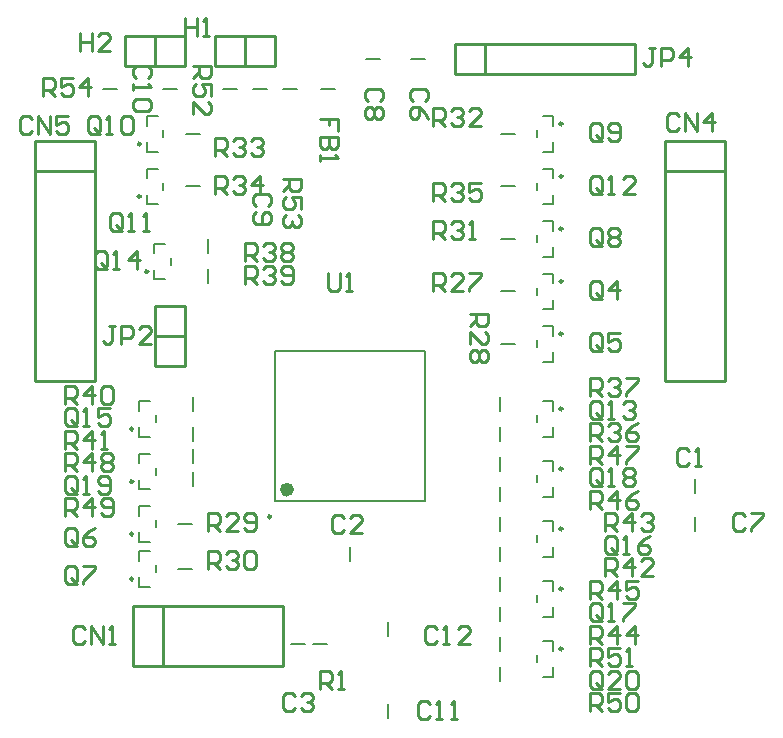
<source format=gto>
G04 Layer_Color=32768*
%FSLAX25Y25*%
%MOIN*%
G70*
G01*
G75*
%ADD19C,0.01000*%
%ADD25C,0.00984*%
%ADD26C,0.02362*%
%ADD27C,0.00787*%
D19*
X127500Y247500D02*
X147500D01*
X127500Y257500D02*
X147500D01*
X137500Y247500D02*
Y257500D01*
X147500Y247500D02*
Y257500D01*
X127500Y247500D02*
Y257500D01*
X117500Y247500D02*
Y257500D01*
X97500Y247500D02*
Y257500D01*
X107500Y247500D02*
Y257500D01*
X97500Y247500D02*
X117500D01*
X97500Y257500D02*
X117500D01*
X77500Y142500D02*
X87500D01*
X67500Y212500D02*
X77500D01*
X67500Y142500D02*
X77500D01*
X67500Y222500D02*
X77500D01*
X87500D01*
X77500Y212500D02*
X87500D01*
X67500Y142500D02*
Y222500D01*
X87500Y142500D02*
Y222500D01*
X117500Y147500D02*
Y167500D01*
X107500Y147500D02*
Y167500D01*
Y157500D02*
X117500D01*
X107500Y167500D02*
X117500D01*
X107500Y147500D02*
X117500D01*
X110000Y47500D02*
Y57500D01*
X150000Y47500D02*
Y67500D01*
X100000Y47500D02*
Y57500D01*
Y67500D01*
X110000Y57500D02*
Y67500D01*
X100000Y47500D02*
X150000D01*
X100000Y67500D02*
X150000D01*
X207500Y255000D02*
X267500D01*
X207500Y245000D02*
X267500D01*
X217500D02*
Y255000D01*
X207500Y245000D02*
Y255000D01*
X267500Y245000D02*
Y255000D01*
X287500Y142500D02*
X297500D01*
X277500Y212500D02*
X287500D01*
X277500Y142500D02*
X287500D01*
X277500Y222500D02*
X287500D01*
X297500D01*
X287500Y212500D02*
X297500D01*
X277500Y142500D02*
Y222500D01*
X297500Y142500D02*
Y222500D01*
X201499Y59998D02*
X200499Y60998D01*
X198500D01*
X197500Y59998D01*
Y56000D01*
X198500Y55000D01*
X200499D01*
X201499Y56000D01*
X203498Y55000D02*
X205497D01*
X204498D01*
Y60998D01*
X203498Y59998D01*
X212495Y55000D02*
X208496D01*
X212495Y58999D01*
Y59998D01*
X211495Y60998D01*
X209496D01*
X208496Y59998D01*
X198999Y34998D02*
X197999Y35998D01*
X196000D01*
X195000Y34998D01*
Y31000D01*
X196000Y30000D01*
X197999D01*
X198999Y31000D01*
X200998Y30000D02*
X202997D01*
X201998D01*
Y35998D01*
X200998Y34998D01*
X205996Y30000D02*
X207996D01*
X206996D01*
Y35998D01*
X205996Y34998D01*
X256499Y41000D02*
Y44998D01*
X255499Y45998D01*
X253500D01*
X252500Y44998D01*
Y41000D01*
X253500Y40000D01*
X255499D01*
X254499Y41999D02*
X256499Y40000D01*
X255499D02*
X256499Y41000D01*
X262497Y40000D02*
X258498D01*
X262497Y43999D01*
Y44998D01*
X261497Y45998D01*
X259498D01*
X258498Y44998D01*
X264496D02*
X265496Y45998D01*
X267495D01*
X268495Y44998D01*
Y41000D01*
X267495Y40000D01*
X265496D01*
X264496Y41000D01*
Y44998D01*
X81499Y106000D02*
Y109998D01*
X80499Y110998D01*
X78500D01*
X77500Y109998D01*
Y106000D01*
X78500Y105000D01*
X80499D01*
X79499Y106999D02*
X81499Y105000D01*
X80499D02*
X81499Y106000D01*
X83498Y105000D02*
X85497D01*
X84498D01*
Y110998D01*
X83498Y109998D01*
X88496Y106000D02*
X89496Y105000D01*
X91496D01*
X92495Y106000D01*
Y109998D01*
X91496Y110998D01*
X89496D01*
X88496Y109998D01*
Y108999D01*
X89496Y107999D01*
X92495D01*
X256499Y108500D02*
Y112498D01*
X255499Y113498D01*
X253500D01*
X252500Y112498D01*
Y108500D01*
X253500Y107500D01*
X255499D01*
X254499Y109499D02*
X256499Y107500D01*
X255499D02*
X256499Y108500D01*
X258498Y107500D02*
X260497D01*
X259498D01*
Y113498D01*
X258498Y112498D01*
X263496D02*
X264496Y113498D01*
X266495D01*
X267495Y112498D01*
Y111499D01*
X266495Y110499D01*
X267495Y109499D01*
Y108500D01*
X266495Y107500D01*
X264496D01*
X263496Y108500D01*
Y109499D01*
X264496Y110499D01*
X263496Y111499D01*
Y112498D01*
X264496Y110499D02*
X266495D01*
X256499Y63500D02*
Y67498D01*
X255499Y68498D01*
X253500D01*
X252500Y67498D01*
Y63500D01*
X253500Y62500D01*
X255499D01*
X254499Y64499D02*
X256499Y62500D01*
X255499D02*
X256499Y63500D01*
X258498Y62500D02*
X260497D01*
X259498D01*
Y68498D01*
X258498Y67498D01*
X263496Y68498D02*
X267495D01*
Y67498D01*
X263496Y63500D01*
Y62500D01*
X261499Y86000D02*
Y89998D01*
X260499Y90998D01*
X258500D01*
X257500Y89998D01*
Y86000D01*
X258500Y85000D01*
X260499D01*
X259499Y86999D02*
X261499Y85000D01*
X260499D02*
X261499Y86000D01*
X263498Y85000D02*
X265497D01*
X264498D01*
Y90998D01*
X263498Y89998D01*
X272495Y90998D02*
X270496Y89998D01*
X268496Y87999D01*
Y86000D01*
X269496Y85000D01*
X271496D01*
X272495Y86000D01*
Y86999D01*
X271496Y87999D01*
X268496D01*
X81499Y128500D02*
Y132498D01*
X80499Y133498D01*
X78500D01*
X77500Y132498D01*
Y128500D01*
X78500Y127500D01*
X80499D01*
X79499Y129499D02*
X81499Y127500D01*
X80499D02*
X81499Y128500D01*
X83498Y127500D02*
X85497D01*
X84498D01*
Y133498D01*
X83498Y132498D01*
X92495Y133498D02*
X88496D01*
Y130499D01*
X90496Y131499D01*
X91496D01*
X92495Y130499D01*
Y128500D01*
X91496Y127500D01*
X89496D01*
X88496Y128500D01*
X91499Y181000D02*
Y184998D01*
X90499Y185998D01*
X88500D01*
X87500Y184998D01*
Y181000D01*
X88500Y180000D01*
X90499D01*
X89499Y181999D02*
X91499Y180000D01*
X90499D02*
X91499Y181000D01*
X93498Y180000D02*
X95497D01*
X94498D01*
Y185998D01*
X93498Y184998D01*
X101496Y180000D02*
Y185998D01*
X98496Y182999D01*
X102495D01*
X256499Y131000D02*
Y134998D01*
X255499Y135998D01*
X253500D01*
X252500Y134998D01*
Y131000D01*
X253500Y130000D01*
X255499D01*
X254499Y131999D02*
X256499Y130000D01*
X255499D02*
X256499Y131000D01*
X258498Y130000D02*
X260497D01*
X259498D01*
Y135998D01*
X258498Y134998D01*
X263496D02*
X264496Y135998D01*
X266495D01*
X267495Y134998D01*
Y133999D01*
X266495Y132999D01*
X265496D01*
X266495D01*
X267495Y131999D01*
Y131000D01*
X266495Y130000D01*
X264496D01*
X263496Y131000D01*
X252500Y47500D02*
Y53498D01*
X255499D01*
X256499Y52498D01*
Y50499D01*
X255499Y49499D01*
X252500D01*
X254499D02*
X256499Y47500D01*
X262497Y53498D02*
X258498D01*
Y50499D01*
X260497Y51499D01*
X261497D01*
X262497Y50499D01*
Y48500D01*
X261497Y47500D01*
X259498D01*
X258498Y48500D01*
X264496Y47500D02*
X266495D01*
X265496D01*
Y53498D01*
X264496Y52498D01*
X252500Y32500D02*
Y38498D01*
X255499D01*
X256499Y37498D01*
Y35499D01*
X255499Y34499D01*
X252500D01*
X254499D02*
X256499Y32500D01*
X262497Y38498D02*
X258498D01*
Y35499D01*
X260497Y36499D01*
X261497D01*
X262497Y35499D01*
Y33500D01*
X261497Y32500D01*
X259498D01*
X258498Y33500D01*
X264496Y37498D02*
X265496Y38498D01*
X267495D01*
X268495Y37498D01*
Y33500D01*
X267495Y32500D01*
X265496D01*
X264496Y33500D01*
Y37498D01*
X77500Y97500D02*
Y103498D01*
X80499D01*
X81499Y102498D01*
Y100499D01*
X80499Y99499D01*
X77500D01*
X79499D02*
X81499Y97500D01*
X86497D02*
Y103498D01*
X83498Y100499D01*
X87497D01*
X89496Y98500D02*
X90496Y97500D01*
X92495D01*
X93495Y98500D01*
Y102498D01*
X92495Y103498D01*
X90496D01*
X89496Y102498D01*
Y101499D01*
X90496Y100499D01*
X93495D01*
X77500Y112500D02*
Y118498D01*
X80499D01*
X81499Y117498D01*
Y115499D01*
X80499Y114499D01*
X77500D01*
X79499D02*
X81499Y112500D01*
X86497D02*
Y118498D01*
X83498Y115499D01*
X87497D01*
X89496Y117498D02*
X90496Y118498D01*
X92495D01*
X93495Y117498D01*
Y116499D01*
X92495Y115499D01*
X93495Y114499D01*
Y113500D01*
X92495Y112500D01*
X90496D01*
X89496Y113500D01*
Y114499D01*
X90496Y115499D01*
X89496Y116499D01*
Y117498D01*
X90496Y115499D02*
X92495D01*
X252500Y115000D02*
Y120998D01*
X255499D01*
X256499Y119998D01*
Y117999D01*
X255499Y116999D01*
X252500D01*
X254499D02*
X256499Y115000D01*
X261497D02*
Y120998D01*
X258498Y117999D01*
X262497D01*
X264496Y120998D02*
X268495D01*
Y119998D01*
X264496Y116000D01*
Y115000D01*
X252500Y100000D02*
Y105998D01*
X255499D01*
X256499Y104998D01*
Y102999D01*
X255499Y101999D01*
X252500D01*
X254499D02*
X256499Y100000D01*
X261497D02*
Y105998D01*
X258498Y102999D01*
X262497D01*
X268495Y105998D02*
X266495Y104998D01*
X264496Y102999D01*
Y101000D01*
X265496Y100000D01*
X267495D01*
X268495Y101000D01*
Y101999D01*
X267495Y102999D01*
X264496D01*
X252500Y70000D02*
Y75998D01*
X255499D01*
X256499Y74998D01*
Y72999D01*
X255499Y71999D01*
X252500D01*
X254499D02*
X256499Y70000D01*
X261497D02*
Y75998D01*
X258498Y72999D01*
X262497D01*
X268495Y75998D02*
X264496D01*
Y72999D01*
X266495Y73999D01*
X267495D01*
X268495Y72999D01*
Y71000D01*
X267495Y70000D01*
X265496D01*
X264496Y71000D01*
X252500Y55000D02*
Y60998D01*
X255499D01*
X256499Y59998D01*
Y57999D01*
X255499Y56999D01*
X252500D01*
X254499D02*
X256499Y55000D01*
X261497D02*
Y60998D01*
X258498Y57999D01*
X262497D01*
X267495Y55000D02*
Y60998D01*
X264496Y57999D01*
X268495D01*
X257500Y92500D02*
Y98498D01*
X260499D01*
X261499Y97498D01*
Y95499D01*
X260499Y94499D01*
X257500D01*
X259499D02*
X261499Y92500D01*
X266497D02*
Y98498D01*
X263498Y95499D01*
X267497D01*
X269496Y97498D02*
X270496Y98498D01*
X272495D01*
X273495Y97498D01*
Y96499D01*
X272495Y95499D01*
X271496D01*
X272495D01*
X273495Y94499D01*
Y93500D01*
X272495Y92500D01*
X270496D01*
X269496Y93500D01*
X257500Y77500D02*
Y83498D01*
X260499D01*
X261499Y82498D01*
Y80499D01*
X260499Y79499D01*
X257500D01*
X259499D02*
X261499Y77500D01*
X266497D02*
Y83498D01*
X263498Y80499D01*
X267497D01*
X273495Y77500D02*
X269496D01*
X273495Y81499D01*
Y82498D01*
X272495Y83498D01*
X270496D01*
X269496Y82498D01*
X77500Y120000D02*
Y125998D01*
X80499D01*
X81499Y124998D01*
Y122999D01*
X80499Y121999D01*
X77500D01*
X79499D02*
X81499Y120000D01*
X86497D02*
Y125998D01*
X83498Y122999D01*
X87497D01*
X89496Y120000D02*
X91496D01*
X90496D01*
Y125998D01*
X89496Y124998D01*
X77500Y135000D02*
Y140998D01*
X80499D01*
X81499Y139998D01*
Y137999D01*
X80499Y136999D01*
X77500D01*
X79499D02*
X81499Y135000D01*
X86497D02*
Y140998D01*
X83498Y137999D01*
X87497D01*
X89496Y139998D02*
X90496Y140998D01*
X92495D01*
X93495Y139998D01*
Y136000D01*
X92495Y135000D01*
X90496D01*
X89496Y136000D01*
Y139998D01*
X137500Y175000D02*
Y180998D01*
X140499D01*
X141499Y179998D01*
Y177999D01*
X140499Y176999D01*
X137500D01*
X139499D02*
X141499Y175000D01*
X143498Y179998D02*
X144498Y180998D01*
X146497D01*
X147497Y179998D01*
Y178999D01*
X146497Y177999D01*
X145497D01*
X146497D01*
X147497Y176999D01*
Y176000D01*
X146497Y175000D01*
X144498D01*
X143498Y176000D01*
X149496D02*
X150496Y175000D01*
X152495D01*
X153495Y176000D01*
Y179998D01*
X152495Y180998D01*
X150496D01*
X149496Y179998D01*
Y178999D01*
X150496Y177999D01*
X153495D01*
X137500Y182500D02*
Y188498D01*
X140499D01*
X141499Y187498D01*
Y185499D01*
X140499Y184499D01*
X137500D01*
X139499D02*
X141499Y182500D01*
X143498Y187498D02*
X144498Y188498D01*
X146497D01*
X147497Y187498D01*
Y186499D01*
X146497Y185499D01*
X145497D01*
X146497D01*
X147497Y184499D01*
Y183500D01*
X146497Y182500D01*
X144498D01*
X143498Y183500D01*
X149496Y187498D02*
X150496Y188498D01*
X152495D01*
X153495Y187498D01*
Y186499D01*
X152495Y185499D01*
X153495Y184499D01*
Y183500D01*
X152495Y182500D01*
X150496D01*
X149496Y183500D01*
Y184499D01*
X150496Y185499D01*
X149496Y186499D01*
Y187498D01*
X150496Y185499D02*
X152495D01*
X252500Y137500D02*
Y143498D01*
X255499D01*
X256499Y142498D01*
Y140499D01*
X255499Y139499D01*
X252500D01*
X254499D02*
X256499Y137500D01*
X258498Y142498D02*
X259498Y143498D01*
X261497D01*
X262497Y142498D01*
Y141499D01*
X261497Y140499D01*
X260497D01*
X261497D01*
X262497Y139499D01*
Y138500D01*
X261497Y137500D01*
X259498D01*
X258498Y138500D01*
X264496Y143498D02*
X268495D01*
Y142498D01*
X264496Y138500D01*
Y137500D01*
X252500Y122500D02*
Y128498D01*
X255499D01*
X256499Y127498D01*
Y125499D01*
X255499Y124499D01*
X252500D01*
X254499D02*
X256499Y122500D01*
X258498Y127498D02*
X259498Y128498D01*
X261497D01*
X262497Y127498D01*
Y126499D01*
X261497Y125499D01*
X260497D01*
X261497D01*
X262497Y124499D01*
Y123500D01*
X261497Y122500D01*
X259498D01*
X258498Y123500D01*
X268495Y128498D02*
X266495Y127498D01*
X264496Y125499D01*
Y123500D01*
X265496Y122500D01*
X267495D01*
X268495Y123500D01*
Y124499D01*
X267495Y125499D01*
X264496D01*
X200000Y202500D02*
Y208498D01*
X202999D01*
X203999Y207498D01*
Y205499D01*
X202999Y204499D01*
X200000D01*
X201999D02*
X203999Y202500D01*
X205998Y207498D02*
X206998Y208498D01*
X208997D01*
X209997Y207498D01*
Y206499D01*
X208997Y205499D01*
X207997D01*
X208997D01*
X209997Y204499D01*
Y203500D01*
X208997Y202500D01*
X206998D01*
X205998Y203500D01*
X215995Y208498D02*
X211996D01*
Y205499D01*
X213996Y206499D01*
X214995D01*
X215995Y205499D01*
Y203500D01*
X214995Y202500D01*
X212996D01*
X211996Y203500D01*
X127500Y205000D02*
Y210998D01*
X130499D01*
X131499Y209998D01*
Y207999D01*
X130499Y206999D01*
X127500D01*
X129499D02*
X131499Y205000D01*
X133498Y209998D02*
X134498Y210998D01*
X136497D01*
X137497Y209998D01*
Y208999D01*
X136497Y207999D01*
X135497D01*
X136497D01*
X137497Y206999D01*
Y206000D01*
X136497Y205000D01*
X134498D01*
X133498Y206000D01*
X142495Y205000D02*
Y210998D01*
X139496Y207999D01*
X143495D01*
X127500Y217500D02*
Y223498D01*
X130499D01*
X131499Y222498D01*
Y220499D01*
X130499Y219499D01*
X127500D01*
X129499D02*
X131499Y217500D01*
X133498Y222498D02*
X134498Y223498D01*
X136497D01*
X137497Y222498D01*
Y221499D01*
X136497Y220499D01*
X135497D01*
X136497D01*
X137497Y219499D01*
Y218500D01*
X136497Y217500D01*
X134498D01*
X133498Y218500D01*
X139496Y222498D02*
X140496Y223498D01*
X142495D01*
X143495Y222498D01*
Y221499D01*
X142495Y220499D01*
X141496D01*
X142495D01*
X143495Y219499D01*
Y218500D01*
X142495Y217500D01*
X140496D01*
X139496Y218500D01*
X200000Y227500D02*
Y233498D01*
X202999D01*
X203999Y232498D01*
Y230499D01*
X202999Y229499D01*
X200000D01*
X201999D02*
X203999Y227500D01*
X205998Y232498D02*
X206998Y233498D01*
X208997D01*
X209997Y232498D01*
Y231499D01*
X208997Y230499D01*
X207997D01*
X208997D01*
X209997Y229499D01*
Y228500D01*
X208997Y227500D01*
X206998D01*
X205998Y228500D01*
X215995Y227500D02*
X211996D01*
X215995Y231499D01*
Y232498D01*
X214995Y233498D01*
X212996D01*
X211996Y232498D01*
X200000Y190000D02*
Y195998D01*
X202999D01*
X203999Y194998D01*
Y192999D01*
X202999Y191999D01*
X200000D01*
X201999D02*
X203999Y190000D01*
X205998Y194998D02*
X206998Y195998D01*
X208997D01*
X209997Y194998D01*
Y193999D01*
X208997Y192999D01*
X207997D01*
X208997D01*
X209997Y191999D01*
Y191000D01*
X208997Y190000D01*
X206998D01*
X205998Y191000D01*
X211996Y190000D02*
X213996D01*
X212996D01*
Y195998D01*
X211996Y194998D01*
X125000Y80000D02*
Y85998D01*
X127999D01*
X128999Y84998D01*
Y82999D01*
X127999Y81999D01*
X125000D01*
X126999D02*
X128999Y80000D01*
X130998Y84998D02*
X131998Y85998D01*
X133997D01*
X134997Y84998D01*
Y83999D01*
X133997Y82999D01*
X132997D01*
X133997D01*
X134997Y81999D01*
Y81000D01*
X133997Y80000D01*
X131998D01*
X130998Y81000D01*
X136996Y84998D02*
X137996Y85998D01*
X139995D01*
X140995Y84998D01*
Y81000D01*
X139995Y80000D01*
X137996D01*
X136996Y81000D01*
Y84998D01*
X125000Y92500D02*
Y98498D01*
X127999D01*
X128999Y97498D01*
Y95499D01*
X127999Y94499D01*
X125000D01*
X126999D02*
X128999Y92500D01*
X134997D02*
X130998D01*
X134997Y96499D01*
Y97498D01*
X133997Y98498D01*
X131998D01*
X130998Y97498D01*
X136996Y93500D02*
X137996Y92500D01*
X139995D01*
X140995Y93500D01*
Y97498D01*
X139995Y98498D01*
X137996D01*
X136996Y97498D01*
Y96499D01*
X137996Y95499D01*
X140995D01*
X212500Y165000D02*
X218498D01*
Y162001D01*
X217498Y161001D01*
X215499D01*
X214499Y162001D01*
Y165000D01*
Y163001D02*
X212500Y161001D01*
Y155003D02*
Y159002D01*
X216499Y155003D01*
X217498D01*
X218498Y156003D01*
Y158002D01*
X217498Y159002D01*
Y153004D02*
X218498Y152004D01*
Y150005D01*
X217498Y149005D01*
X216499D01*
X215499Y150005D01*
X214499Y149005D01*
X213500D01*
X212500Y150005D01*
Y152004D01*
X213500Y153004D01*
X214499D01*
X215499Y152004D01*
X216499Y153004D01*
X217498D01*
X215499Y152004D02*
Y150005D01*
X200000Y172500D02*
Y178498D01*
X202999D01*
X203999Y177498D01*
Y175499D01*
X202999Y174499D01*
X200000D01*
X201999D02*
X203999Y172500D01*
X209997D02*
X205998D01*
X209997Y176499D01*
Y177498D01*
X208997Y178498D01*
X206998D01*
X205998Y177498D01*
X211996Y178498D02*
X215995D01*
Y177498D01*
X211996Y173500D01*
Y172500D01*
X256499Y206000D02*
Y209998D01*
X255499Y210998D01*
X253500D01*
X252500Y209998D01*
Y206000D01*
X253500Y205000D01*
X255499D01*
X254499Y206999D02*
X256499Y205000D01*
X255499D02*
X256499Y206000D01*
X258498Y205000D02*
X260497D01*
X259498D01*
Y210998D01*
X258498Y209998D01*
X267495Y205000D02*
X263496D01*
X267495Y208999D01*
Y209998D01*
X266495Y210998D01*
X264496D01*
X263496Y209998D01*
X96499Y193500D02*
Y197498D01*
X95499Y198498D01*
X93500D01*
X92500Y197498D01*
Y193500D01*
X93500Y192500D01*
X95499D01*
X94499Y194499D02*
X96499Y192500D01*
X95499D02*
X96499Y193500D01*
X98498Y192500D02*
X100497D01*
X99498D01*
Y198498D01*
X98498Y197498D01*
X103496Y192500D02*
X105496D01*
X104496D01*
Y198498D01*
X103496Y197498D01*
X88999Y226000D02*
Y229998D01*
X87999Y230998D01*
X86000D01*
X85000Y229998D01*
Y226000D01*
X86000Y225000D01*
X87999D01*
X86999Y226999D02*
X88999Y225000D01*
X87999D02*
X88999Y226000D01*
X90998Y225000D02*
X92997D01*
X91998D01*
Y230998D01*
X90998Y229998D01*
X95996D02*
X96996Y230998D01*
X98996D01*
X99995Y229998D01*
Y226000D01*
X98996Y225000D01*
X96996D01*
X95996Y226000D01*
Y229998D01*
X256499Y223500D02*
Y227498D01*
X255499Y228498D01*
X253500D01*
X252500Y227498D01*
Y223500D01*
X253500Y222500D01*
X255499D01*
X254499Y224499D02*
X256499Y222500D01*
X255499D02*
X256499Y223500D01*
X258498D02*
X259498Y222500D01*
X261497D01*
X262497Y223500D01*
Y227498D01*
X261497Y228498D01*
X259498D01*
X258498Y227498D01*
Y226499D01*
X259498Y225499D01*
X262497D01*
X256499Y188500D02*
Y192498D01*
X255499Y193498D01*
X253500D01*
X252500Y192498D01*
Y188500D01*
X253500Y187500D01*
X255499D01*
X254499Y189499D02*
X256499Y187500D01*
X255499D02*
X256499Y188500D01*
X258498Y192498D02*
X259498Y193498D01*
X261497D01*
X262497Y192498D01*
Y191499D01*
X261497Y190499D01*
X262497Y189499D01*
Y188500D01*
X261497Y187500D01*
X259498D01*
X258498Y188500D01*
Y189499D01*
X259498Y190499D01*
X258498Y191499D01*
Y192498D01*
X259498Y190499D02*
X261497D01*
X81499Y76000D02*
Y79998D01*
X80499Y80998D01*
X78500D01*
X77500Y79998D01*
Y76000D01*
X78500Y75000D01*
X80499D01*
X79499Y76999D02*
X81499Y75000D01*
X80499D02*
X81499Y76000D01*
X83498Y80998D02*
X87497D01*
Y79998D01*
X83498Y76000D01*
Y75000D01*
X81499Y88500D02*
Y92498D01*
X80499Y93498D01*
X78500D01*
X77500Y92498D01*
Y88500D01*
X78500Y87500D01*
X80499D01*
X79499Y89499D02*
X81499Y87500D01*
X80499D02*
X81499Y88500D01*
X87497Y93498D02*
X85497Y92498D01*
X83498Y90499D01*
Y88500D01*
X84498Y87500D01*
X86497D01*
X87497Y88500D01*
Y89499D01*
X86497Y90499D01*
X83498D01*
X256499Y153500D02*
Y157498D01*
X255499Y158498D01*
X253500D01*
X252500Y157498D01*
Y153500D01*
X253500Y152500D01*
X255499D01*
X254499Y154499D02*
X256499Y152500D01*
X255499D02*
X256499Y153500D01*
X262497Y158498D02*
X258498D01*
Y155499D01*
X260497Y156499D01*
X261497D01*
X262497Y155499D01*
Y153500D01*
X261497Y152500D01*
X259498D01*
X258498Y153500D01*
X256499Y171000D02*
Y174998D01*
X255499Y175998D01*
X253500D01*
X252500Y174998D01*
Y171000D01*
X253500Y170000D01*
X255499D01*
X254499Y171999D02*
X256499Y170000D01*
X255499D02*
X256499Y171000D01*
X261497Y170000D02*
Y175998D01*
X258498Y172999D01*
X262497D01*
X165000Y178498D02*
Y173500D01*
X166000Y172500D01*
X167999D01*
X168999Y173500D01*
Y178498D01*
X170998Y172500D02*
X172997D01*
X171998D01*
Y178498D01*
X170998Y177498D01*
X162500Y40000D02*
Y45998D01*
X165499D01*
X166499Y44998D01*
Y42999D01*
X165499Y41999D01*
X162500D01*
X164499D02*
X166499Y40000D01*
X168498D02*
X170497D01*
X169498D01*
Y45998D01*
X168498Y44998D01*
X273999Y253498D02*
X271999D01*
X272999D01*
Y248500D01*
X271999Y247500D01*
X271000D01*
X270000Y248500D01*
X275998Y247500D02*
Y253498D01*
X278997D01*
X279997Y252498D01*
Y250499D01*
X278997Y249499D01*
X275998D01*
X284995Y247500D02*
Y253498D01*
X281996Y250499D01*
X285995D01*
X93999Y160998D02*
X91999D01*
X92999D01*
Y156000D01*
X91999Y155000D01*
X91000D01*
X90000Y156000D01*
X95998Y155000D02*
Y160998D01*
X98997D01*
X99997Y159998D01*
Y157999D01*
X98997Y156999D01*
X95998D01*
X105995Y155000D02*
X101996D01*
X105995Y158999D01*
Y159998D01*
X104995Y160998D01*
X102996D01*
X101996Y159998D01*
X117500Y263498D02*
Y257500D01*
Y260499D01*
X121499D01*
Y263498D01*
Y257500D01*
X123498D02*
X125497D01*
X124498D01*
Y263498D01*
X123498Y262498D01*
X168498Y226001D02*
Y230000D01*
X165499D01*
Y228001D01*
Y230000D01*
X162500D01*
X168498Y224002D02*
X162500D01*
Y221003D01*
X163500Y220003D01*
X164499D01*
X165499Y221003D01*
Y224002D01*
Y221003D01*
X166499Y220003D01*
X167498D01*
X168498Y221003D01*
Y224002D01*
X162500Y218004D02*
Y216004D01*
Y217004D01*
X168498D01*
X167498Y218004D01*
X83999Y59998D02*
X82999Y60998D01*
X81000D01*
X80000Y59998D01*
Y56000D01*
X81000Y55000D01*
X82999D01*
X83999Y56000D01*
X85998Y55000D02*
Y60998D01*
X89997Y55000D01*
Y60998D01*
X91996Y55000D02*
X93995D01*
X92996D01*
Y60998D01*
X91996Y59998D01*
X182498Y236001D02*
X183498Y237001D01*
Y239000D01*
X182498Y240000D01*
X178500D01*
X177500Y239000D01*
Y237001D01*
X178500Y236001D01*
X182498Y234002D02*
X183498Y233002D01*
Y231003D01*
X182498Y230003D01*
X181499D01*
X180499Y231003D01*
X179499Y230003D01*
X178500D01*
X177500Y231003D01*
Y233002D01*
X178500Y234002D01*
X179499D01*
X180499Y233002D01*
X181499Y234002D01*
X182498D01*
X180499Y233002D02*
Y231003D01*
X303999Y97498D02*
X302999Y98498D01*
X301000D01*
X300000Y97498D01*
Y93500D01*
X301000Y92500D01*
X302999D01*
X303999Y93500D01*
X305998Y98498D02*
X309997D01*
Y97498D01*
X305998Y93500D01*
Y92500D01*
X197498Y236001D02*
X198498Y237001D01*
Y239000D01*
X197498Y240000D01*
X193500D01*
X192500Y239000D01*
Y237001D01*
X193500Y236001D01*
X198498Y230003D02*
X197498Y232003D01*
X195499Y234002D01*
X193500D01*
X192500Y233002D01*
Y231003D01*
X193500Y230003D01*
X194499D01*
X195499Y231003D01*
Y234002D01*
X153999Y37498D02*
X152999Y38498D01*
X151000D01*
X150000Y37498D01*
Y33500D01*
X151000Y32500D01*
X152999D01*
X153999Y33500D01*
X155998Y37498D02*
X156998Y38498D01*
X158997D01*
X159997Y37498D01*
Y36499D01*
X158997Y35499D01*
X157997D01*
X158997D01*
X159997Y34499D01*
Y33500D01*
X158997Y32500D01*
X156998D01*
X155998Y33500D01*
X170399Y96898D02*
X169399Y97898D01*
X167400D01*
X166400Y96898D01*
Y92900D01*
X167400Y91900D01*
X169399D01*
X170399Y92900D01*
X176397Y91900D02*
X172398D01*
X176397Y95899D01*
Y96898D01*
X175397Y97898D01*
X173398D01*
X172398Y96898D01*
X285399Y119398D02*
X284399Y120398D01*
X282400D01*
X281400Y119398D01*
Y115400D01*
X282400Y114400D01*
X284399D01*
X285399Y115400D01*
X287398Y114400D02*
X289398D01*
X288398D01*
Y120398D01*
X287398Y119398D01*
X66499Y229998D02*
X65499Y230998D01*
X63500D01*
X62500Y229998D01*
Y226000D01*
X63500Y225000D01*
X65499D01*
X66499Y226000D01*
X68498Y225000D02*
Y230998D01*
X72497Y225000D01*
Y230998D01*
X78495D02*
X74496D01*
Y227999D01*
X76495Y228999D01*
X77495D01*
X78495Y227999D01*
Y226000D01*
X77495Y225000D01*
X75496D01*
X74496Y226000D01*
X281999Y230998D02*
X280999Y231998D01*
X279000D01*
X278000Y230998D01*
Y227000D01*
X279000Y226000D01*
X280999D01*
X281999Y227000D01*
X283998Y226000D02*
Y231998D01*
X287997Y226000D01*
Y231998D01*
X292995Y226000D02*
Y231998D01*
X289996Y228999D01*
X293995D01*
X144998Y201001D02*
X145998Y202001D01*
Y204000D01*
X144998Y205000D01*
X141000D01*
X140000Y204000D01*
Y202001D01*
X141000Y201001D01*
Y199002D02*
X140000Y198002D01*
Y196003D01*
X141000Y195003D01*
X144998D01*
X145998Y196003D01*
Y198002D01*
X144998Y199002D01*
X143999D01*
X142999Y198002D01*
Y195003D01*
X82500Y258498D02*
Y252500D01*
Y255499D01*
X86499D01*
Y258498D01*
Y252500D01*
X92497D02*
X88498D01*
X92497Y256499D01*
Y257498D01*
X91497Y258498D01*
X89498D01*
X88498Y257498D01*
X120000Y247500D02*
X125998D01*
Y244501D01*
X124998Y243501D01*
X122999D01*
X121999Y244501D01*
Y247500D01*
Y245501D02*
X120000Y243501D01*
X125998Y237503D02*
Y241502D01*
X122999D01*
X123999Y239503D01*
Y238503D01*
X122999Y237503D01*
X121000D01*
X120000Y238503D01*
Y240502D01*
X121000Y241502D01*
X120000Y231505D02*
Y235504D01*
X123999Y231505D01*
X124998D01*
X125998Y232505D01*
Y234504D01*
X124998Y235504D01*
X150000Y210000D02*
X155998D01*
Y207001D01*
X154998Y206001D01*
X152999D01*
X151999Y207001D01*
Y210000D01*
Y208001D02*
X150000Y206001D01*
X155998Y200003D02*
Y204002D01*
X152999D01*
X153999Y202003D01*
Y201003D01*
X152999Y200003D01*
X151000D01*
X150000Y201003D01*
Y203002D01*
X151000Y204002D01*
X154998Y198004D02*
X155998Y197004D01*
Y195005D01*
X154998Y194005D01*
X153999D01*
X152999Y195005D01*
Y196004D01*
Y195005D01*
X151999Y194005D01*
X151000D01*
X150000Y195005D01*
Y197004D01*
X151000Y198004D01*
X104998Y243501D02*
X105998Y244501D01*
Y246500D01*
X104998Y247500D01*
X101000D01*
X100000Y246500D01*
Y244501D01*
X101000Y243501D01*
X100000Y241502D02*
Y239503D01*
Y240502D01*
X105998D01*
X104998Y241502D01*
Y236504D02*
X105998Y235504D01*
Y233505D01*
X104998Y232505D01*
X101000D01*
X100000Y233505D01*
Y235504D01*
X101000Y236504D01*
X104998D01*
X70000Y237500D02*
Y243498D01*
X72999D01*
X73999Y242498D01*
Y240499D01*
X72999Y239499D01*
X70000D01*
X71999D02*
X73999Y237500D01*
X79997Y243498D02*
X75998D01*
Y240499D01*
X77997Y241499D01*
X78997D01*
X79997Y240499D01*
Y238500D01*
X78997Y237500D01*
X76998D01*
X75998Y238500D01*
X84995Y237500D02*
Y243498D01*
X81996Y240499D01*
X85995D01*
D25*
X102677Y221654D02*
G03*
X102677Y221654I-492J0D01*
G01*
Y204153D02*
G03*
X102677Y204153I-492J0D01*
G01*
X105177Y179154D02*
G03*
X105177Y179154I-492J0D01*
G01*
X146122Y97382D02*
G03*
X146122Y97382I-492J0D01*
G01*
X100177Y126654D02*
G03*
X100177Y126654I-492J0D01*
G01*
Y109153D02*
G03*
X100177Y109153I-492J0D01*
G01*
Y91654D02*
G03*
X100177Y91654I-492J0D01*
G01*
Y76653D02*
G03*
X100177Y76653I-492J0D01*
G01*
X243307Y53347D02*
G03*
X243307Y53347I-492J0D01*
G01*
Y73347D02*
G03*
X243307Y73347I-492J0D01*
G01*
Y93347D02*
G03*
X243307Y93347I-492J0D01*
G01*
Y113347D02*
G03*
X243307Y113347I-492J0D01*
G01*
Y158346D02*
G03*
X243307Y158346I-492J0D01*
G01*
Y175847D02*
G03*
X243307Y175847I-492J0D01*
G01*
Y193347D02*
G03*
X243307Y193347I-492J0D01*
G01*
Y210846D02*
G03*
X243307Y210846I-492J0D01*
G01*
Y228346D02*
G03*
X243307Y228346I-492J0D01*
G01*
Y133346D02*
G03*
X243307Y133346I-492J0D01*
G01*
D26*
X152618Y106437D02*
G03*
X152618Y106437I-1181J0D01*
G01*
D27*
X140138Y240000D02*
X144862D01*
X130138D02*
X134862D01*
X150138D02*
X154862D01*
X162638D02*
X167362D01*
X192638Y250000D02*
X197362D01*
X177638D02*
X182362D01*
X110138Y240000D02*
X114862D01*
X90138D02*
X94862D01*
X117638Y225000D02*
X122362D01*
X110256Y223819D02*
Y226181D01*
X104744Y227756D02*
Y230906D01*
X108287D01*
X104744Y219094D02*
Y222244D01*
Y219094D02*
X108287D01*
X110256Y206319D02*
Y208681D01*
X104744Y210256D02*
Y213405D01*
X108287D01*
X104744Y201594D02*
Y204744D01*
Y201594D02*
X108287D01*
X117638Y207500D02*
X122362D01*
X125000Y175138D02*
Y179862D01*
Y185138D02*
Y189862D01*
X107244Y176594D02*
X110787D01*
X107244D02*
Y179744D01*
Y188406D02*
X110787D01*
X107244Y185256D02*
Y188406D01*
X112756Y181319D02*
Y183681D01*
X197500Y102500D02*
Y152500D01*
X147500Y102500D02*
Y152500D01*
X197500D01*
X147500Y102500D02*
X197500D01*
X120000Y107638D02*
Y112362D01*
Y115138D02*
Y119862D01*
Y122638D02*
Y127362D01*
Y132638D02*
Y137362D01*
X102244Y124094D02*
X105787D01*
X102244D02*
Y127244D01*
Y135906D02*
X105787D01*
X102244Y132756D02*
Y135906D01*
X107756Y128819D02*
Y131181D01*
X102244Y106595D02*
X105787D01*
X102244D02*
Y109744D01*
Y118405D02*
X105787D01*
X102244Y115256D02*
Y118405D01*
X107756Y111319D02*
Y113681D01*
Y93819D02*
Y96181D01*
X102244Y97756D02*
Y100906D01*
X105787D01*
X102244Y89095D02*
Y92244D01*
Y89095D02*
X105787D01*
X107756Y78819D02*
Y81181D01*
X102244Y82756D02*
Y85905D01*
X105787D01*
X102244Y74094D02*
Y77244D01*
Y74094D02*
X105787D01*
X115138Y95000D02*
X119862D01*
X115138Y80000D02*
X119862D01*
X160138Y55000D02*
X164862D01*
X152638D02*
X157362D01*
X185000Y57638D02*
Y62362D01*
Y30138D02*
Y34862D01*
X287500Y92638D02*
Y97362D01*
X222500Y92638D02*
Y97362D01*
Y82638D02*
Y87362D01*
Y72638D02*
Y77362D01*
Y62638D02*
Y67362D01*
Y52638D02*
Y57362D01*
Y42638D02*
Y47362D01*
X236713Y55905D02*
X240256D01*
Y52756D02*
Y55905D01*
X236713Y44094D02*
X240256D01*
Y47244D01*
X234744Y48819D02*
Y51181D01*
X236713Y75906D02*
X240256D01*
Y72756D02*
Y75906D01*
X236713Y64095D02*
X240256D01*
Y67244D01*
X234744Y68819D02*
Y71181D01*
X236713Y95906D02*
X240256D01*
Y92756D02*
Y95906D01*
X236713Y84095D02*
X240256D01*
Y87244D01*
X234744Y88819D02*
Y91181D01*
X222500Y102638D02*
Y107362D01*
Y112638D02*
Y117362D01*
X234744Y108819D02*
Y111181D01*
X240256Y104095D02*
Y107244D01*
X236713Y104095D02*
X240256D01*
Y112756D02*
Y115905D01*
X236713D02*
X240256D01*
X222638Y155000D02*
X227362D01*
X222638Y172500D02*
X227362D01*
X222638Y190000D02*
X227362D01*
X222638Y207500D02*
X227362D01*
X234744Y153819D02*
Y156181D01*
X240256Y149094D02*
Y152244D01*
X236713Y149094D02*
X240256D01*
Y157756D02*
Y160906D01*
X236713D02*
X240256D01*
X234744Y171319D02*
Y173681D01*
X240256Y166595D02*
Y169744D01*
X236713Y166595D02*
X240256D01*
Y175256D02*
Y178405D01*
X236713D02*
X240256D01*
X234744Y188819D02*
Y191181D01*
X240256Y184095D02*
Y187244D01*
X236713Y184095D02*
X240256D01*
Y192756D02*
Y195905D01*
X236713D02*
X240256D01*
X234744Y206319D02*
Y208681D01*
X240256Y201594D02*
Y204744D01*
X236713Y201594D02*
X240256D01*
Y210256D02*
Y213405D01*
X236713D02*
X240256D01*
X234744Y223819D02*
Y226181D01*
X240256Y219094D02*
Y222244D01*
X236713Y219094D02*
X240256D01*
Y227756D02*
Y230906D01*
X236713D02*
X240256D01*
X222638Y225000D02*
X227362D01*
X236713Y135906D02*
X240256D01*
Y132756D02*
Y135906D01*
X236713Y124094D02*
X240256D01*
Y127244D01*
X234744Y128819D02*
Y131181D01*
X222500Y132638D02*
Y137362D01*
Y122638D02*
Y127362D01*
X172500Y82638D02*
Y87362D01*
X287500Y105138D02*
Y109862D01*
M02*

</source>
